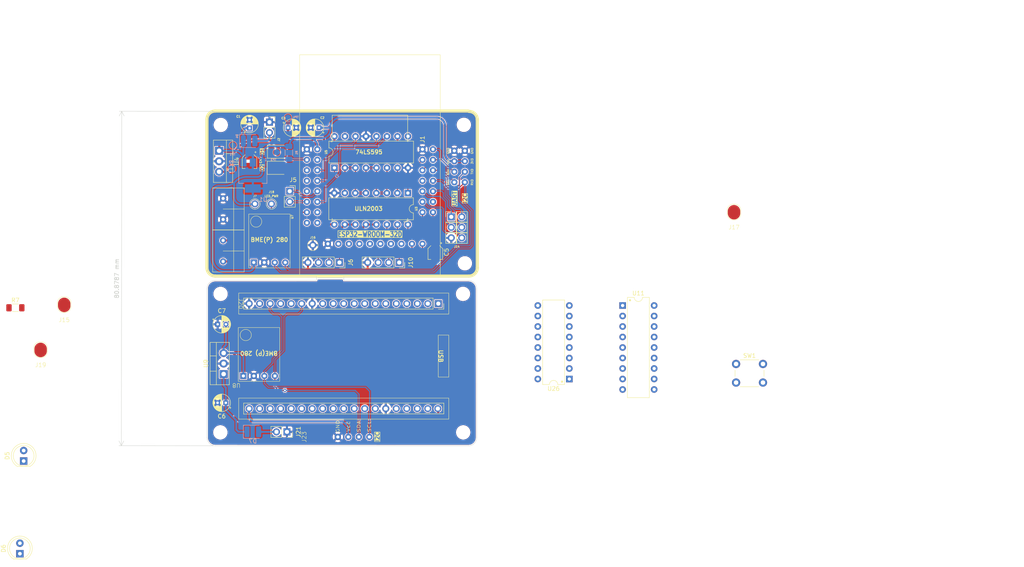
<source format=kicad_pcb>
(kicad_pcb (version 20240108) (generator "pcbnew") (generator_version "8.0")
  (layers (0 "F.Cu" signal) (31 "B.Cu" signal) (34 "B.Paste" user) (35 "F.Paste" user) (36 "B.SilkS" user "B.Silkscreen") (37 "F.SilkS" user "F.Silkscreen") (38 "B.Mask" user) (39 "F.Mask" user) (44 "Edge.Cuts" user))
  (net 0 "")
  (net 1 "GND")
  (net 2 "+3V3")
  (net 3 "+5V")
  (net 4 "/RXD")
  (net 5 "/TXD")
  (net 6 "/SDA")
  (net 7 "/OUT2")
  (net 8 "/SCL")
  (net 9 "/OUT1")
  (net 10 "/EN")
  (net 11 "/SOURCE2")
  (net 12 "/SOURCE1")
  (net 13 "/SOURCE3")
  (net 14 "/VDC")
  (net 15 "/DAC1")
  (net 16 "/DAC2")
  (net 17 "/GPIO13")
  (net 18 "/GPIO19")
  (net 19 "/GPIO17")
  (net 20 "/GPIO5")
  (net 21 "/GPIO18")
  (net 22 "/GPIO36")
  (net 23 "/ADC2_CH3")
  (net 24 "/SD_DATA1")
  (net 25 "/SD_DATA2")
  (net 26 "/SD_CLK")
  (net 27 "/SD_CMD")
  (net 28 "/SD_DATA3")
  (net 29 "/ADC2_CH0")
  (net 30 "/GPIO23")
  (net 31 "/SD_DATA0")
  (net 32 "/ADC2_CH2")
  (net 33 "/BOOT")
  (net 34 "/GPIO39")
  (net 35 "/SOURCE4")
  (net 36 "/SOURCE5")
  (net 37 "/SIPO_DATA")
  (net 38 "/SIPO_CLK")
  (net 40 "/SIPO_LATCH")
  (net 41 "/GPIO14")
  (net 43 "/I3")
  (net 44 "/I6")
  (net 45 "/I7")
  (net 46 "/I5")
  (net 47 "/OUT3")
  (net 48 "/VIN")
  (net 49 "/I1")
  (net 52 "Net-(D5-Pad1)")
  (net 53 "Net-(J15-Pin_1)")
  (net 54 "Net-(J19-Pin_1)")
  (net 55 "/GPIO_33")
  (net 67 "/RX")
  (net 72 "/TX")
  (net 87 "/SCL-2")
  (net 88 "/SDA-2")
  (net 89 "/SIPO_CLK-2")
  (net 91 "/SIPO_DATA-2")
  (net 92 "/SIPO_LATCH-2")
  (net 101 "/QB-2")
  (net 102 "/QC-2")
  (net 103 "/QE-2")
  (net 104 "/QA-2")
  (net 105 "/QD-2")
  (net 106 "/QG-2")
  (net 107 "/QH-2")
  (net 108 "/QF-2")
  (footprint "Capacitor_THT:CP_Radial_D4.0mm_P2.00mm" (layer "F.Cu") (at 107 44.2 180)
    (property "Reference" "C2")
    (property "Value" "1uF")
  )
  (footprint "LED_SMD:LED_1210_3225Metric_Pad1.42x2.65mm_HandSolder" (layer "F.Cu") (at 96.9525 53.9)
    (property "Reference" "D2")
    (property "Value" "STATUS")
  )
  (footprint "Capacitor_SMD:CP_Elec_3x5.3" (layer "F.Cu") (at 90.2 52.3 -90)
    (property "Reference" "C4")
    (property "Value" "0.1uF")
  )
  (footprint "Resistor_SMD:R_1206_3216Metric_Pad1.30x1.75mm_HandSolder" (layer "F.Cu") (at 33.612 87.7585)
    (property "Reference" "R7")
    (property "Value" "4K7")
  )
  (footprint "LED_THT:LED_D5.0mm" (layer "F.Cu") (at 34.7 147.25 90)
    (property "Reference" "D6")
    (property "Value" "LED_STATUS")
  )
  (footprint "Button_Switch_THT:SW_PUSH_6mm" (layer "F.Cu") (at 207.8 101.35)
    (property "Reference" "SW1")
    (property "Value" "SW_Push")
  )
  (footprint "Alexander Footprint Library:Pad_1x01_P2.54_SMD" (layer "F.Cu") (at 39.712 102.098)
    (property "Reference" "J19")
    (property "Value" "LED_PWR")
  )
  (footprint "Alexander Footprints Library:ESP32-WROOM-Adapter-Socket-2" (layer "F.Cu") (at 119.3 57.04)
    (property "Reference" "J1")
    (property "Value" "~")
  )
  (footprint "Alexander Footprint Library:Pad_1x01_P2.54_SMD" (layer "F.Cu") (at 45.412 91.198)
    (property "Reference" "J15")
    (property "Value" "LED_PWR")
  )
  (footprint "MountingHole:MountingHole_3mm" (layer "F.Cu") (at 142 43.5)
    (property "Reference" "H1" (hide yes))
    (property "Value" "MountingHole_Pad")
  )
  (footprint "Connector_PinSocket_2.54mm:PinSocket_1x02_P2.54mm_Vertical" (layer "F.Cu") (at 99.25 117.775 -90)
    (property "Reference" "J21")
    (property "Value" "PWR")
  )
  (footprint "MountingHole:MountingHole_3mm" (layer "F.Cu") (at 83.25 43.53)
    (property "Reference" "H2" (hide yes))
    (property "Value" "MountingHole_Pad")
  )
  (footprint "Package_DIP:DIP-16_W7.62mm" (layer "F.Cu") (at 128.475 60 -90)
    (property "Reference" "U3")
    (property "Value" "ULN2003")
  )
  (footprint "Alexander Footprints Library:Conn_Terminal_5mm" (layer "F.Cu") (at 83.82 53.69)
    (property "Reference" "J9" (hide yes))
    (property "Value" "Conn_01x02_Socket")
  )
  (footprint "Alexander Footprint Library:Pad_1x01_P2.54_SMD" (layer "F.Cu") (at 207.3 68.7895)
    (property "Reference" "J17")
    (property "Value" "GND")
  )
  (footprint "MountingHole:MountingHole_3mm" (layer "F.Cu") (at 141.85 117.9)
    (property "Reference" "H4" (hide yes))
    (property "Value" "MountingHole_Pad")
  )
  (footprint "Capacitor_THT:CP_Radial_D4.0mm_P2.00mm" (layer "F.Cu") (at 82.5 91.75)
    (property "Reference" "C7")
    (property "Value" "1uF")
  )
  (footprint "Package_DIP:DIP-16_W7.62mm" (layer "F.Cu") (at 110.725 53.9 90)
    (property "Reference" "U5")
    (property "Value" "74LS595")
  )
  (footprint "Alexander Footprint Library:PinSocket_1x01_P2.54" (layer "F.Cu") (at 91.5 65.19)
    (property "Reference" "J7")
    (property "Value" "LED_PWR")
  )
  (footprint "Connector_PinSocket_2.54mm:PinSocket_1x02_P2.54mm_Vertical" (layer "F.Cu") (at 95.025 42.85)
    (property "Reference" "J2")
    (property "Value" "PWR")
  )
  (footprint "Connector_PinSocket_2.54mm:PinSocket_1x04_P2.54mm_Vertical" (layer "F.Cu") (at 111.94 76.8 -90)
    (property "Reference" "J6")
    (property "Value" "SOURCE")
  )
  (footprint "MountingHole:MountingHole_3mm" (layer "F.Cu") (at 83.15 117.9)
    (property "Reference" "H4" (hide yes))
    (property "Value" "MountingHole_Pad")
  )
  (footprint "Connector_PinSocket_2.54mm:PinSocket_1x04_P2.54mm_Vertical" (layer "F.Cu") (at 126.38 76.8 -90)
    (property "Reference" "J10")
    (property "Value" "ADC")
  )
  (footprint "PCM_Package_DIP_AKL:DIP-18_W7.62mm" (layer "F.Cu") (at 180.38 87.21)
    (property "Reference" "U11")
    (property "Value" "ULN2801A" (hide yes))
  )
  (footprint "Capacitor_SMD:CP_Elec_3x5.3" (layer "F.Cu") (at 135.1 74.3 -90)
    (property "Reference" "C5")
    (property "Value" "0.1uF")
  )
  (footprint "MountingHole:MountingHole_3mm" (layer "F.Cu") (at 141.8 84.4)
    (property "Reference" "H4" (hide yes))
    (property "Value" "MountingHole_Pad")
  )
  (footprint "Capacitor_THT:CP_Radial_D4.0mm_P2.00mm" (layer "F.Cu") (at 99.5 44.2)
    (property "Reference" "C3")
    (property "Value" "1uF")
  )
  (footprint "Alexander Footprint Library:LD1117" (layer "F.Cu") (at 83.945 103.79 90)
    (property "Reference" "U9")
    (property "Value" "L7805")
  )
  (footprint "Alexander Footprint Library:PinSocket_1x01_P2.54" (layer "F.Cu") (at 95.5 65.19)
    (property "Reference" "J18")
    (property "Value" "LED_PWR")
  )
  (footprint "Alexander Footprint Library:Conn_I2C" (layer "F.Cu") (at 103.92 119 90)
    (property "Reference" "J23")
    (property "Value" "I2C")
  )
  (footprint "Capacitor_THT:CP_Radial_D4.0mm_P2.00mm" (layer "F.Cu") (at 84.4726 110.75 180)
    (property "Reference" "C6")
    (property "Value" "1uF")
  )
  (footprint "Alexander Footprint Library:Conn_ESP32_WROOM-DevKit-38pins" (layer "F.Cu") (at 87.57 86.75 -90)
    (property "Reference" "J20")
    (property "Value" "~")
  )
  (footprint "MountingHole:MountingHole_3mm" (layer "F.Cu") (at 83.2 84.4)
    (property "Reference" "H4" (hide yes))
    (property "Value" "MountingHole_Pad")
  )
  (footprint "Connector_PinSocket_2.54mm:PinSocket_1x02_P2.54mm_Vertical" (layer "F.Cu") (at 99.925 59.55)
    (property "Reference" "J5")
    (property "Value" "DAC")
  )
  (footprint "Alexander Footprint Library:CONN_2x3" (layer "F.Cu") (at 138.96 60.68)
    (property "Reference" "J14")
    (property "Value" "GPIO")
  )
  (footprint "Alexander Footprints Library:Conn_UART" (layer "F.Cu") (at 139.7 42.15)
    (property "Reference" "J3" (hide yes))
    (property "Value" "UART")
  )
  (footprint "Alexander Footprint Library:PinSocket_1x01_P2.54" (layer "F.Cu") (at 105.5 75.19)
    (property "Reference" "J16")
    (property "Value" "GND")
  )
  (footprint "PCM_Package_DIP_AKL:DIP-16_W7.62mm" (layer "F.Cu") (at 167.5 104.99 180)
    (property "Reference" "U26")
    (property "Value" "74LS595" (hide yes))
  )
  (footprint "Capacitor_THT:CP_Radial_D4.0mm_P2.00mm" (layer "F.Cu") (at 90.2 44.3 90)
    (property "Reference" "C1")
    (property "Value" "1uF")
  )
  (footprint "Alexander Footprint Library:BME280_BMP280_I2C" (layer "F.Cu") (at 90 78.1 90)
    (property "Reference" "U7")
    (property "Value" "BME(P)280")
  )
  (footprint "Alexander Footprint Library:LD1117" (layer "F.Cu") (at 82.855 49.77 -90)
    (property "Reference" "U4")
    (property "Value" "L7805")
  )
  (footprint "Alexander Footprints Library:Conn_I2C" (layer "F.Cu") (at 142.24 42.15)
    (property "Reference" "J4" (hide yes))
    (property "Value" "I2C")
  )
  (footprint "LED_THT:LED_D5.0mm" (layer "F.Cu") (at 35.612 124.8335 90)
    (property "Reference" "D5")
    (property "Value" "LED_PWR")
  )
  (footprint "Alexander Footprint Library:BME280_BMP280_I2C" (layer "F.Cu") (at 87.49 105.55 90)
    (property "Reference" "U8")
    (property "Value" "BME(P)280")
  )
  (footprint "LED_SMD:LED_1210_3225Metric_Pad1.42x2.65mm_HandSolder" (layer "F.Cu") (at 97 50)
    (property "Reference" "D1")
    (property "Value" "PWR")
  )
  (footprint "MountingHole:MountingHole_3mm" (layer "F.Cu") (at 142.25 77)
    (property "Reference" "H4" (hide yes))
    (property "Value" "MountingHole_Pad")
  )
  (footprint "Alexander Footprints Library:Conn_Terminal_5mm" (layer "F.Cu") (at 83.82 63.85)
    (property "Reference" "J8" (hide yes))
    (property "Value" "Conn_01x02_Socket")
  )
  (footprint "TestPoint:TestPoint_Pad_D1.5mm" (layer "B.Cu") (at 99.5 41.75 180)
    (property "Reference" "TP4")
    (property "Value" "5V")
  )
  (footprint "TestPoint:TestPoint_Pad_D1.5mm" (layer "B.Cu") (at 96.8 50.15 180)
    (property "Reference" "TP3")
    (property "Value" "3V3")
  )
  (footprint "Diode_SMD:D_1210_3225Metric" (layer "B.Cu") (at 91 117.75)
    (property "Reference" "D7")
    (property "Value" "D")
  )
  (footprint "Resistor_SMD:R_1206_3216Metric_Pad1.30x1.75mm_HandSolder" (layer "B.Cu") (at 99.7 50.25 -90)
    (property "Reference" "R1")
    (property "Value" "10K")
  )
  (footprint "Diode_SMD:D_1210_3225Metric" (layer "B.Cu") (at 90.1 47.4)
    (property "Reference" "D4")
    (property "Value" "D")
  )
  (footprint "TestPoint:TestPoint_Pad_D1.5mm" (layer "B.Cu") (at 86.2 48.45 180)
    (property "Reference" "TP1")
    (property "Value" "VIN")
  )
  (footprint "TestPoint:TestPoint_Pad_D1.5mm" (layer "B.Cu") (at 85.9 54.15 180)
    (property "Reference" "TP2")
    (property "Value" "GND")
  )
  (footprint "Package_TO_SOT_SMD:SOT-223-3_TabPin2" (layer "B.Cu") (at 91 55.75 -90)
    (property "Reference" "U1")
    (property "Value" "MAX1726EUK33")
  )
  (gr_line (start 145.25 42.11421) (end 145.25 78.085782) (stroke (width 0.75)) (layer "F.SilkS"))
  (gr_line (start 81.914218 40.164218) (end 143.08579 40.164218) (stroke (width 0.75)) (layer "F.SilkS"))
  (gr_arc (start 145.25 78.085782) (mid 144.66422 79.500007) (end 143.25 80.085782) (stroke (width 0.75)) (layer "F.SilkS"))
  (gr_line (start 79.914218 42.11421) (end 79.914218 78.085782) (stroke (width 0.75)) (layer "F.SilkS"))
  (gr_arc (start 81.914218 80.085782) (mid 80.499999 79.500001) (end 79.914218 78.085782) (stroke (width 0.75)) (layer "F.SilkS"))
  (gr_arc (start 143.25 40.25) (mid 144.664214 40.835786) (end 145.25 42.25) (stroke (width 0.75)) (layer "F.SilkS"))
  (gr_arc (start 79.914218 42.164218) (mid 80.499999 40.749999) (end 81.914218 40.164218) (stroke (width 0.75)) (layer "F.SilkS"))
  (gr_line (start 81.914214 80.085782) (end 143.085786 80.085782) (stroke (width 0.75)) (layer "F.SilkS"))
  (gr_line (start 82.014214 80.235786) (end 106.4 80.25) (stroke (width 0.1)) (layer "Edge.Cuts"))
  (gr_line (start 80 42.25) (end 80.014214 78.235786) (stroke (width 0.1)) (layer "Edge.Cuts"))
  (gr_arc (start 79.921321 83.157107) (mid 80.507106 81.742896) (end 81.921321 81.157107) (stroke (width 0.1)) (layer "Edge.Cuts"))
  (gr_line (start 81.921321 121.128679) (end 143.107107 121.142893) (stroke (width 0.1)) (layer "Edge.Cuts"))
  (gr_arc (start 81.921321 121.128679) (mid 80.507101 120.542899) (end 79.921321 119.128679) (stroke (width 0.1)) (layer "Edge.Cuts"))
  (gr_line (start 143.092893 81.157107) (end 113 81.15) (stroke (width 0.1)) (layer "Edge.Cuts"))
  (gr_arc (start 145.107107 119.142893) (mid 144.521321 120.557107) (end 143.107107 121.142893) (stroke (width 0.1)) (layer "Edge.Cuts"))
  (gr_line (start 106.4 81.15) (end 81.921321 81.157107) (stroke (width 0.1)) (layer "Edge.Cuts"))
  (gr_arc (start 143.185786 40.264214) (mid 144.600004 40.849996) (end 145.185786 42.264214) (stroke (width 0.1)) (layer "Edge.Cuts"))
  (gr_line (start 113 80.25) (end 143.185786 80.235786) (stroke (width 0.1)) (layer "Edge.Cuts"))
  (gr_arc (start 82.014214 80.235786) (mid 80.599996 79.650004) (end 80.014214 78.235786) (stroke (width 0.1)) (layer "Edge.Cuts"))
  (gr_line (start 145.185786 42.264214) (end 145.185786 78.235786) (stroke (width 0.1)) (layer "Edge.Cuts"))
  (gr_arc (start 80 42.25) (mid 80.585786 40.835786) (end 82 40.25) (stroke (width 0.1)) (layer "Edge.Cuts"))
  (gr_line (start 145.107107 119.142893) (end 145.092893 83.157107) (stroke (width 0.1)) (layer "Edge.Cuts"))
  (gr_line (start 79.921321 119.128679) (end 79.921321 83.157107) (stroke (width 0.1)) (layer "Edge.Cuts"))
  (gr_line (start 106.4 81.15) (end 106.4 80.25) (stroke (width 0.1)) (layer "Edge.Cuts"))
  (gr_arc (start 145.185786 78.235786) (mid 144.600004 79.650004) (end 143.185786 80.235786) (stroke (width 0.1)) (layer "Edge.Cuts"))
  (gr_arc (start 143.092893 81.157107) (mid 144.507112 81.742888) (end 145.092893 83.157107) (stroke (width 0.1)) (layer "Edge.Cuts"))
  (gr_line (start 113 81.15) (end 113 80.25) (stroke (width 0.1)) (layer "Edge.Cuts"))
  (gr_line (start 143.185786 40.264214) (end 82 40.25) (stroke (width 0.1)) (layer "Edge.Cuts"))
  (gr_text "74LS595" (at 119.057143 50.1 0) (layer "F.SilkS") (effects (font (size 1 1) (thickness 0.2) (bold yes))))
  (gr_text "ULN2003" (at 115.5 64.374 0) (layer "F.SilkS") (effects (font (size 1 1) (thickness 0.2) (bold yes)) (justify left bottom)))
  (dimension (type aligned) (layer "Edge.Cuts") (pts (xy 81.921321 121.128679) (xy 82 40.25)) (height -22.6907) (gr_text "80.8787 mm" (at 58.119973 80.666146 89.94426182) (layer "Edge.Cuts") (effects (font (size 1 1) (thickness 0.15)))) (format (prefix "") (suffix "") (units 3) (units_format 1) (precision 4)) (style (thickness 0.1) (arrow_length 1.27) (text_position_mode 0) (extension_height 0.58642) (extension_offset 0.5) keep_text_aligned))
  (segment (start 84.21 66) (end 83.82 66.39) (width 0.5) (layer "F.Cu") (net 1))
  (segment (start 101.5 48.103553) (end 101.5 49.573223) (width 0.25) (layer "F.Cu") (net 2))
  (segment (start 105.575735 47.25) (end 102.353553 47.25) (width 0.25) (layer "F.Cu") (net 2))
  (segment (start 106.6 48.274264) (end 106.6 49.42) (width 0.25) (layer "F.Cu") (net 2))
  (segment (start 138.021593 51.871593) (end 137.93 51.78) (width 0.5) (layer "F.Cu") (net 2))
  (segment (start 108.946446 44.2) (end 107 44.2) (width 0.5) (layer "F.Cu") (net 2))
  (segment (start 109.8 43.346446) (end 109.8 43.15) (width 0.5) (layer "F.Cu") (net 2))
  (segment (start 137.4 50.500466) (end 137.4 43.627817) (width 0.5) (layer "F.Cu") (net 2))
  (segment (start 101.073223 50) (end 98.4875 50) (width 0.25) (layer "F.Cu") (net 2))
  (segment (start 139.08 52.31) (end 139.7 52.31) (width 0.5) (layer "F.Cu") (net 2))
  (segment (start 110.188908 42.211091) (end 110.225 42.175) (width 0.5) (layer "F.Cu") (net 2))
  (segment (start 135.522182 41.75) (end 111.25104 41.75) (width 0.5) (layer "F.Cu") (net 2))
  (arc (start 106.3 47.55) (mid 105.967704 47.327967) (end 105.575735 47.25) (width 0.25) (layer "F.Cu") (net 2))
  (arc (start 101.5 49.573223) (mid 101.467513 49.736543) (end 101.375 49.875) (width 0.25) (layer "F.Cu") (net 2))
  (arc (start 111.25104 41.75) (mid 110.695751 41.860453) (end 110.225 42.175) (width 0.5) (layer "F.Cu") (net 2))
  (arc (start 110.188908 42.211091) (mid 109.901073 42.641866) (end 109.8 43.15) (width 0.5) (layer "F.Cu") (net 2))
  (arc (start 138.021593 51.871593) (mid 138.507194 52.196061) (end 139.08 52.31) (width 0.5) (layer "F.Cu") (net 2))
  (arc (start 102.353553 47.25) (mid 102.026912 47.314972) (end 101.75 47.5) (width 0.25) (layer "F.Cu") (net 2))
  (arc (start 109.8 43.346446) (mid 109.735027 43.673087) (end 109.55 43.95) (width 0.5) (layer "F.Cu") (net 2))
  (arc (start 106.3 47.55) (mid 106.522032 47.882295) (end 106.6 48.274264) (width 0.25) (layer "F.Cu") (net 2))
  (arc (start 109.55 43.95) (mid 109.273087 44.135027) (end 108.946446 44.2) (width 0.5) (layer "F.Cu") (net 2))
  (arc (start 136.85 42.3) (mid 137.257059 42.909207) (end 137.4 43.627817) (width 0.5) (layer "F.Cu") (net 2))
  (arc (start 101.75 47.5) (mid 101.564972 47.776912) (end 101.5 48.103553) (width 0.25) (layer "F.Cu") (net 2))
  (arc (start 101.375 49.875) (mid 101.236543 49.967513) (end 101.073223 50) (width 0.25) (layer "F.Cu") (net 2))
  (arc (start 137.4 50.500466) (mid 137.537742 51.192944) (end 137.93 51.78) (width 0.5) (layer "F.Cu") (net 2))
  (arc (start 136.85 42.3) (mid 136.240792 41.89294) (end 135.522182 41.75) (width 0.5) (layer "F.Cu") (net 2))
  (segment (start 96.075 48.7) (end 97.525 48.7) (width 0.5) (layer "B.Cu") (net 2))
  (segment (start 109.408578 44.2) (end 107 44.2) (width 0.5) (layer "B.Cu") (net 2))
  (segment (start 81.3 75.997918) (end 81.3 59.75104) (width 0.5) (layer "B.Cu") (net 2))
  (segment (start 93.3 54.905025) (end 93.3 52.6) (width 0.5) (layer "B.Cu") (net 2))
  (segment (start 100 48.7) (end 100 48.03033) (width 0.5) (layer "B.Cu") (net 2))
  (segment (start 139.13 52.31) (end 139.7 52.31) (width 0.5) (layer "B.Cu") (net 2))
  (segment (start 138.156949 51.906949) (end 138.03 51.78) (width 0.5) (layer "B.Cu") (net 2))
  (segment (start 106.6 48.627817) (end 106.6 49.299791) (width 0.5) (layer "B.Cu") (net 2))
  (segment (start 84.202081 78.9) (end 89.990883 78.9) (width 0.5) (layer "B.Cu") (net 2))
  (segment (start 109.75 43.858578) (end 109.75 44.141421) (width 0.5) (layer "B.Cu") (net 2))
  (segment (start 104.722182 46.75) (end 106.277817 46.75) (width 0.5) (layer "B.Cu") (net 2))
  (segment (start 139.7 52.31) (end 142.24 52.31) (width 0.5) (layer "B.Cu") (net 2))
  (segment (start 137.5 50.500466) (end 137.5 43.883883) (width 0.5) (layer "B.Cu") (net 2))
  (segment (start 88.207106 62.75) (end 91.5 62.75) (width 0.5) (layer "B.Cu") (net 2))
  (segment (start 86.5 61.042893) (end 86.5 57.5) (width 0.5) (layer "B.Cu") (net 2))
  (segment (start 90.11 114.36) (end 90.11 112.15) (width 0.5) (layer "B.Cu") (net 2))
  (segment (start 112.75 115.25) (end 91 115.25) (width 0.5) (layer "B.Cu") (net 2))
  (segment (start 91.22 77.670883) (end 91.22 76.8) (width 0.5) (layer "B.Cu") (net 2))
  (segment (start 89.455634 56.1) (end 92.105025 56.1) (width 0.5) (layer "B.Cu") (net 2))
  (segment (start 114.08 119) (end 114.08 116.58) (width 0.5) (layer "B.Cu") (net 2))
  (segment (start 96.075 48.7) (end 95.177817 48.7) (width 0.5) (layer "B.Cu") (net 2))
  (segment (start 104.722182 46.75) (end 101.28033 46.75) (width 0.5) (layer "B.Cu") (net 2))
  (segment (start 109.149999 46.149999) (end 109.201992 46.098007) (width 0.5) (layer "B.Cu") (net 2))
  (segment (start 96.8 49.425) (end 96.8 50.15) (width 0.25) (layer "B.Cu") (net 2))
  (segment (start 109.75 43.625) (end 109.75 43.858578) (width 0.5) (layer "B.Cu") (net 2))
  (segment (start 106.277817 46.75) (end 107.701471 46.75) (width 0.5) (layer "B.Cu") (net 2))
  (segment (start 114.08 116.58) (end 112.75 115.25) (width 0.5) (layer "B.Cu") (net 2))
  (segment (start 110.015165 42.984834) (end 110.5 42.5) (width 0.5) (layer "B.Cu") (net 2))
  (segment (start 93.3 52.6) (end 93.3 50.577817) (width 0.5) (layer "B.Cu") (net 2))
  (segment (start 82.75104 58.3) (end 84.144365 58.3) (width 0.5) (layer "B.Cu") (net 2))
  (segment (start 106.685 49.335) (end 106.77 49.25) (width 0.5) (layer "B.Cu") (net 2))
  (segment (start 109.75 44.775) (end 109.75 44.141421) (width 0.5) (layer "B.Cu") (net 2))
  (segment (start 91 115.25) (end 90.11 114.36) (width 0.5) (layer "B.Cu") (net 2))
  (segment (start 112.31066 41.75) (end 135.366116 41.75) (width 0.5) (layer "B.Cu") (net 2))
  (segment (start 100 48.7) (end 97.525 48.7) (width 0.5) (layer "B.Cu") (net 2))
  (arc (start 136.875 42.375) (mid 137.337567 43.067281) (end 137.5 43.883883) (width 0.5) (layer "B.Cu") (net 2))
  (arc (start 137.5 50.500466) (mid 137.637742 51.192944) (end 138.03 51.78) (width 0.5) (layer "B.Cu") (net 2))
  (arc (start 93.3 54.905025) (mid 93.209037 55.362322) (end 92.95 55.75) (width 0.5) (layer "B.Cu") (net 2))
  (arc (start 86.8 57.2) (mid 85.581584 58.014119) (end 84.144365 58.3) (width 0.5) (layer "B.Cu") (net 2))
  (arc (start 106.6 49.299791) (mid 106.630737 49.345793) (end 106.685 49.335) (width 0.5) (layer "B.Cu") (net 2))
  (arc (start 89.455634 56.1) (mid 88.018415 56.38588) (end 86.8 57.2) (width 0.5) (layer "B.Cu") (net 2))
  (arc (start 86.5 61.042893) (mid 86.629945 61.696174) (end 87 62.25) (width 0.5) (layer "B.Cu") (net 2))
  (arc (start 82.75104 58.3) (mid 82.195751 58.410453) (end 81.725 58.725) (width 0.5) (layer "B.Cu") (net 2))
  (arc (start 92.95 55.75) (mid 92.562322 56.009037) (end 92.105025 56.1) (width 0.5) (layer "B.Cu") (net 2))
  (arc (start 95.177817 48.7) (mid 94.459207 48.84294) (end 93.85 49.25) (width 0.5) (layer "B.Cu") (net 2))
  (arc (start 96.8 49.425) (mid 96.587652 48.912347) (end 96.075 48.7) (width 0.25) (layer "B.Cu") (net 2))
  (arc (start 82.15 78.05) (mid 83.091502 78.679092) (end 84.202081 78.9) (width 0.5) (layer "B.Cu") (net 2))
  (arc (start 110.015165 42.984834) (mid 109.818914 43.278544) (end 109.75 43.625) (width 0.5) (layer "B.Cu") (net 2))
  (arc (start 109.75 44.141421) (mid 109.713838 44.087301) (end 109.65 44.1) (width 0.5) (layer "B.Cu") (net 2))
  (arc (start 136.875 42.375) (mid 136.182718 41.912432) (end 135.366116 41.75) (width 0.5) (layer "B.Cu") (net 2))
  (arc (start 93.85 49.25) (mid 93.44294 49.859207) (end 93.3 50.577817) (width 0.5) (layer "B.Cu") (net 2))
  (arc (start 90.86 78.54) (mid 90.461245 78.806439) (end 89.990883 78.9) (width 0.5) (layer "B.Cu") (net 2))
  (arc (start 109.65 44.1) (mid 109.539234 44.17401) (end 109.408578 44.2) (width 0.5) (layer "B.Cu") (net 2))
  (arc (start 87 62.25) (mid 87.553825 62.620054) (end 88.207106 62.75) (width 0.5) (layer "B.Cu") (net 2))
  (arc (start 81.725 58.725) (mid 81.410453 59.195751) (end 81.3 59.75104) (width 0.5) (layer "B.Cu") (net 2))
  (arc (start 106.05 47.3) (mid 105.440792 46.89294) (end 104.722182 46.75) (width 0.5) (layer "B.Cu") (net 2))
  (arc (start 138.156949 51.906949) (mid 138.603388 52.20525) (end 139.13 52.31) (width 0.5) (layer "B.Cu") (net 2))
  (arc (start 101.28033 46.75) (mid 100.790368 46.847459) (end 100.375 47.125) (width 0.5) (layer "B.Cu") (net 2))
  (arc (start 106.05 47.3) (mid 106.457059 47.909207) (end 106.6 48.627817) (width 0.5) (layer "B.Cu") (net 2))
  (arc (start 106.277817 46.75) (mid 105.980159 46.948888) (end 106.05 47.3) (width 0.5) (layer "B.Cu") (net 2))
  (arc (start 91.22 77.670883) (mid 91.126439 78.141245) (end 90.86 78.54) (width 0.5) (layer "B.Cu") (net 2))
  (arc (start 109.75 44.775) (mid 109.607577 45.491006) (end 109.201992 46.098007) (width 0.5) (layer "B.Cu") (net 2))
  (arc (start 109.65 44.1) (mid 109.72401 43.989234) (end 109.75 43.858578) (width 0.5) (layer "B.Cu") (net 2))
  (arc (start 112.31066 41.75) (mid 111.330737 41.944918) (end 110.5 42.5) (width 0.5) (layer "B.Cu") (net 2))
  (arc (start 100.375 47.125) (mid 100.097459 47.540368) (end 100 48.03033) (width 0.5) (layer "B.Cu") (net 2))
  (arc (start 109.149999 46.149999) (mid 108.485409 46.594064) (end 107.701471 46.75) (width 0.5) (layer "B.Cu") (net 2))
  (arc (start 81.3 75.997918) (mid 81.520907 77.108496) (end 82.15 78.05) (width 0.5) (layer "B.Cu") (net 2))
  (segment (start 99.5 45.693413) (end 99.5 44.2) (width 0.5) (layer "F.Cu") (net 3))
  (segment (start 110.512652 48.95) (end 109.487347 48.95) (width 0.5) (layer "F.Cu") (net 3))
  (segment (start 87.75 115.25) (end 135.25 115.25) (width 0.5) (layer "F.Cu") (net 3))
  (segment (start 98.6375 46.9625) (end 99.2125 46.3875) (width 0.5) (layer "F.Cu") (net 3))
  (segment (start 83.945 98.71) (end 86.21 98.71) (width 0.5) (layer "F.Cu") (net 3))
  (segment (start 110.725 47.712347) (end 110.725 46.28) (width 0.5) (layer "F.Cu") (net 3))
  (segment (start 125.341906 48.95) (end 110.512652 48.95) (width 0.5) (layer "F.Cu") (net 3))
  (segment (start 108.3 49.803553) (end 108.3 65.537329) (width 0.5) (layer "F.Cu") (net 3))
  (segment (start 84.648959 54.85) (end 82.855 54.85) (width 0.5) (layer "F.Cu") (net 3))
  (segment (start 108.3 49.803553) (end 108.3 49.096446) (width 0.5) (layer "F.Cu") (net 3))
  (segment (start 91.306675 47.25) (end 97.943413 47.25) (width 0.5) (layer "F.Cu") (net 3))
  (segment (start 135.81 114.69) (end 135.81 112.15) (width 0.5) (layer "F.Cu") (net 3))
  (segment (start 86.1 52.15) (end 86.1 53.398959) (width 0.5) (layer "F.Cu") (net 3))
  (segment (start 86.75 114.25) (end 87.75 115.25) (width 0.5) (layer "F.Cu") (net 3))
  (segment (start 107.608621 46.675) (end 99.331586 46.675) (width 0.5) (layer "F.Cu") (net 3))
  (segment (start 86.21 98.71) (end 86.75 99.25) (width 0.5) (layer "F.Cu") (net 3))
  (segment (start 108.3 49.096446) (end 108.3 47.366378) (width 0.5) (layer "F.Cu") (net 3))
  (segment (start 109.104574 67.204574) (end 108.91 67.01) (width 0.5) (layer "F.Cu") (net 3))
  (segment (start 135.25 115.25) (end 135.81 114.69) (width 0.5) (layer "F.Cu") (net 3))
  (segment (start 110.1075 67.62) (end 110.695 67.62) (width 0.5) (layer "F.Cu") (net 3))
  (segment (start 86.75 99.25) (end 86.75 114.25) (width 0.5) (layer "F.Cu") (net 3))
  (segment (start 87.408147 48.991852) (end 87.625 48.775) (width 0.5) (layer "F.Cu") (net 3))
  (segment (start 125.965 48.326906) (end 125.965 46.28) (width 0.5) (layer "F.Cu") (net 3))
  (segment (start 109.487347 48.95) (end 109.153553 48.95) (width 0.5) (layer "F.Cu") (net 3))
  (arc (start 108.0975 46.8775) (mid 108.247371 47.101799) (end 108.3 47.366378) (width 0.5) (layer "F.Cu") (net 3))
  (arc (start 108.3 65.537329) (mid 108.458533 66.334332) (end 108.91 67.01) (width 0.5) (layer "F.Cu") (net 3))
  (arc (start 109.487347 48.95) (mid 109.960976 48.855789) (end 110.3625 48.5875) (width 0.5) (layer "F.Cu") (net 3))
  (arc (start 99.2125 46.3875) (mid 99.175992 46.571035) (end 99.331586 46.675) (width 0.5) (layer "F.Cu") (net 3))
  (arc (start 108.0975 46.8775) (mid 107.8732 46.727628) (end 107.608621 46.675) (width 0.5) (layer "F.Cu") (net 3))
  (arc (start 86.1 53.398959) (mid 85.989546 53.954248) (end 85.675 54.425) (width 0.5) (layer "F.Cu") (net 3))
  (arc (start 109.104574 67.204574) (mid 109.56472 67.512034) (end 110.1075 67.62) (width 0.5) (layer "F.Cu") (net 3))
  (arc (start 108.55 49.2) (mid 108.364972 49.476912) (end 108.3 49.803553) (width 0.5) (layer "F.Cu") (net 3))
  (arc (start 87.408147 48.991852) (mid 86.439976 50.440822) (end 86.1 52.15) (width 0.5) (layer "F.Cu") (net 3))
  (arc (start 85.675 54.425) (mid 85.204248 54.739546) (end 84.648959 54.85) (width 0.5) (layer "F.Cu") (net 3))
  (arc (start 110.3625 48.5875) (mid 110.316468 48.818914) (end 110.512652 48.95) (width 0.5) (layer "F.Cu") (net 3))
  (arc (start 98.6375 46.9625) (mid 98.31905 47.175281) (end 97.943413 47.25) (width 0.5) (layer "F.Cu") (net 3))
  (arc (start 110.725 47.712347) (mid 110.630789 48.185976) (end 110.3625 48.5875) (width 0.5) (layer "F.Cu") (net 3))
  (arc (start 108.3 49.096446) (mid 108.390403 49.231745) (end 108.55 49.2) (width 0.5) (layer "F.Cu") (net 3))
  (arc (start 91.306675 47.25) (mid 89.314166 47.646334) (end 87.625 48.775) (width 0.5) (layer "F.Cu") (net 3))
  (arc (start 109.153553 48.95) (mid 108.826912 49.014972) (end 108.55 49.2) (width 0.5) (layer "F.Cu") (net 3))
  (arc (start 99.331586 46.675) (mid 98.955949 46.749718) (end 98.6375 46.9625) (width 0.5) (layer "F.Cu") (net 3))
  (arc (start 125.7825 48.7675) (mid 125.580353 48.902569) (end 125.341906 48.95) (width 0.5) (layer "F.Cu") (net 3))
  (arc (start 99.5 45.693413) (mid 99.425281 46.06905) (end 99.2125 46.3875) (width 0.5) (layer "F.Cu") (net 3))
  (arc (start 125.965 48.326906) (mid 125.917569 48.565353) (end 125.7825 48.7675) (width 0.5) (layer "F.Cu") (net 3))
  (segment (start 83.945 97.305) (end 84.5 96.75) (width 0.5) (layer "B.Cu") (net 3))
  (segment (start 87.96 98.71) (end 88.71 99.46) (width 0.5) (layer "B.Cu") (net 3))
  (segment (start 83.945 98.71) (end 83.945 97.305) (width 0.5) (layer "B.Cu") (net 3))
  (segment (start 84.5 96.75) (end 84.5 91.75) (width 0.5) (layer "B.Cu") (net 3))
  (segment (start 83.945 98.71) (end 87.96 98.71) (width 0.5) (layer "B.Cu") (net 3))
  (segment (start 99.5 42.25) (end 99.5 44.2) (width 0.25) (layer "B.Cu") (net 3))
  (segment (start 88.71 99.46) (end 88.71 104.25) (width 0.5) (layer "B.Cu") (net 3))
  (segment (start 139.7 57.35) (end 139.7 57.39) (width 0.25) (layer "F.Cu") (net 4))
  (segment (start 133.25 53.25) (end 135.6 53.25) (width 0.25) (layer "F.Cu") (net 4))
  (segment (start 135.6 53.25) (end 139.7 57.35) (width 0.25) (layer "F.Cu") (net 4))
  (segment (start 132 54.5) (end 133.25 53.25) (width 0.25) (layer "F.Cu") (net 4))
  (segment (start 140.3 57.45) (end 139.3 57.45) (width 0.25) (layer "F.Cu") (net 4))
  (segment (start 136.61 51.96) (end 134.54 51.96) (width 0.25) (layer "F.Cu") (net 5))
  (segment (start 134.74 51.79) (end 134.62 51.91) (width 0.25) (layer "F.Cu") (net 5))
  (segment (start 139.5 54.85) (end 136.61 51.96) (width 0.25) (layer "F.Cu") (net 5))
  (segment (start 139.7 54.85) (end 139.5 54.85) (width 0.25) (layer "F.Cu") (net 5))
  (segment (start 138.59 58.55) (end 140.4 58.55) (width 0.25) (layer "F.Cu") (net 6))
  (segment (start 136.213604 54.5) (end 138 56.286396) (width 0.25) (layer "F.Cu") (net 6))
  (segment (start 138 57.96) (end 138.59 58.55) (width 0.25) (layer "F.Cu") (net 6))
  (segment (start 140.9 56.19) (end 142.24 54.85) (width 0.25) (layer "F.Cu") (net 6))
  (segment (start 140.9 58.05) (end 140.9 56.19) (width 0.25) (layer "F.Cu") (net 6))
  (segment (start 134.54 54.5) (end 136.213604 54.5) (width 0.25) (layer "F.Cu") (net 6))
  (segment (start 138 56.286396) (end 138 57.96) (width 0.25) (layer "F.Cu") (net 6))
  (segment (start 142.24 54.85) (end 142.24 55.51) (width 0.25) (layer "F.Cu") (net 6))
  (segment (start 140.4 58.55) (end 140.9 58.05) (width 0.25) (layer "F.Cu") (net 6))
  (segment (start 99.75 78.65) (end 134.55 78.65) (width 0.25) (layer "B.Cu") (net 6))
  (segment (start 141 61.9) (end 141 56.09) (width 0.25) (layer "B.Cu") (net 6))
  (segment (start 134.55 78.65) (end 140.418198 72.781802) (width 0.25) (layer "B.Cu") (net 6))
  (segment (start 143.55 64.45) (end 141 61.9) (width 0.25) (layer "B.Cu") (net 6))
  (segment (start 98.84 76.8) (end 98.84 77.74) (width 0.25) (layer "B.Cu") (net 6))
  (segment (start 143.281802 72.781802) (end 143.55 72.513604) (width 0.25) (layer "B.Cu") (net 6))
  (segment (start 143.55 72.513604) (end 143.55 64.45) (width 0.25) (layer "B.Cu") (net 6))
  (segment (start 140.418198 72.781802) (end 143.281802 72.781802) (width 0.25) (layer "B.Cu") (net 6))
  (segment (start 141 56.09) (end 142.24 54.85) (width 0.25) (layer "B.Cu") (net 6))
  (segment (start 98.84 77.74) (end 99.75 78.65) (width 0.25) (layer "B.Cu") (net 6))
  (segment (start 137.55 58.146396) (end 138.403604 59) (width 0.25) (layer "F.Cu") (net 8))
  (segment (start 131.5 55.75) (end 136.75 55.75) (width 0.25) (layer "F.Cu") (net 8))
  (segment (start 140.63 59) (end 142.24 57.39) (width 0.25) (layer "F.Cu") (net 8))
  (segment (start 136.75 55.75) (end 137.55 56.55) (width 0.25) (layer "F.Cu") (net 8))
  (segment (start 137.55 56.55) (end 137.55 58.146396) (width 0.25) (layer "F.Cu") (net 8))
  (segment (start 130.745 54.995) (end 131.5 55.75) (width 0.25) (layer "F.Cu") (net 8))
  (segment (start 130.745 53.245) (end 130.745 54.995) (width 0.25) (layer "F.Cu") (net 8))
  (segment (start 132.08 51.91) (end 130.745 53.245) (width 0.25) (layer "F.Cu") (net 8))
  (segment (start 138.403604 59) (end 140.63 59) (width 0.25) (layer "F.Cu") (net 8))
  (segment (start 134.8 79.1) (end 140.6 73.3) (width 0.25) (layer "B.Cu") (net 8))
  (segment (start 96.3 76.8) (end 96.3 77.7) (width 0.25) (layer "B.Cu") (net 8))
  (segment (start 144 72.7) (end 144 64.263604) (width 0.25) (layer "B.Cu") (net 8))
  (segment (start 96.3 77.7) (end 97.7 79.1) (width 0.25) (layer "B.Cu") (net 8))
  (segment (start 142.24 62.503604) (end 142.24 57.39) (width 0.25) (layer "B.Cu") (net 8))
  (segment (start 144 64.263604) (end 142.24 62.503604) (width 0.25) (layer "B.Cu") (net 8))
  (segment (start 143.4 73.3) (end 144 72.7) (width 0.25) (layer "B.Cu") (net 8))
  (segment (start 140.6 73.3) (end 143.4 73.3) (width 0.25) (layer "B.Cu") (net 8))
  (segment (start 97.7 79.1) (end 134.8 79.1) (width 0.25) (layer "B.Cu") (net 8))
  (segment (start 93.21 51.96) (end 92.05 50.8) (width 0.25) (layer "F.Cu") (net 10))
  (segment (start 104.06 51.96) (end 93.21 51.96) (width 0.25) (layer "F.Cu") (net 10))
  (segment (start 92.05 50.8) (end 90.2 50.8) (width 0.25) (layer "F.Cu") (net 10))
  (segment (start 103.72 52.3) (end 104.06 51.96) (width 0.25) (layer "F.Cu") (net 10))
  (segment (start 100 51.8) (end 103.9 51.8) (width 0.25) (layer "B.Cu") (net 10))
  (segment (start 103.9 51.8) (end 104.06 51.96) (width 0.25) (layer "B.Cu") (net 10))
  (segment (start 113.235 67.62) (end 115.775 67.62) (width 0.5) (layer "F.Cu") (net 11))
  (segment (start 99 73.1) (end 102.7 69.4) (width 0.5) (layer "F.Cu") (net 11))
  (segment (start 86.37 71.47) (end 88 73.1) (width 0.5) (layer "F.Cu") (net 11))
  (segment (start 102.7 69.4) (end 111.455 69.4) (width 0.5) (layer "F.Cu") (net 11))
  (segment (start 88 73.1) (end 99 73.1) (width 0.5) (layer "F.Cu") (net 11))
  (segment (start 83.82 71.47) (end 86.37 71.47) (width 0.5) (layer "F.Cu") (net 11))
  (segment (start 111.455 69.4) (end 113.235 67.62) (width 0.5) (layer "F.Cu") (net 11))
  (segment (start 86.275 76.55) (end 88.075 74.75) (width 0.5) (layer "F.Cu") (net 12))
  (segment (start 104.4 70.1) (end 115.835 70.1) (width 0.5) (layer "F.Cu") (net 12))
  (segment (start 99.75 74.75) (end 104.4 70.1) (width 0.5) (layer "F.Cu") (net 12))
  (segment (start 118.315 67.62) (end 120.855 67.62) (width 0.5) (layer "F.Cu") (net 12))
  (segment (start 83.82 76.55) (end 86.275 76.55) (width 0.5) (layer "F.Cu") (net 12))
  (segment (start 115.835 70.1) (end 118.315 67.62) (width 0.5) (layer "F.Cu") (net 12))
  (segment (start 88.075 74.75) (end 99.75 74.75) (width 0.5) (layer "F.Cu") (net 12))
  (segment (start 128.475 67.62) (end 128.475 68.825) (width 0.25) (layer "F.Cu") (net 13))
  (segment (start 125.7 72.8) (end 124.55 73.95) (width 0.25) (layer "F.Cu") (net 13))
  (segment (start 111.94 75.26) (end 111.94 76.8) (width 0.25) (layer "F.Cu") (net 13))
  (segment (start 124.55 73.95) (end 118.622792 73.95) (width 0.25) (layer "F.Cu") (net 13))
  (segment (start 128.475 68.825) (end 125.7 71.6) (width 0.25) (layer "F.Cu") (net 13))
  (segment (start 125.7 71.6) (end 125.7 72.8) (width 0.25) (layer "F.Cu") (net 13))
  (segment (start 117.872792 74.7) (end 112.5 74.7) (width 0.25) (layer "F.Cu") (net 13))
  (segment (start 112.5 74.7) (end 111.94 75.26) (width 0.25) (layer "F.Cu") (net 13))
  (segment (start 118.622792 73.95) (end 117.872792 74.7) (width 0.25) (layer "F.Cu") (net 13))
  (segment (start 96.71 117.775) (end 92.425 117.775) (width 0.5) (layer "B.Cu") (net 14))
  (segment (start 92.425 117.775) (end 92.4 117.75) (width 0.5) (layer "B.Cu") (net 14))
  (segment (start 95.025 46.674479) (end 95.025 45.39) (width 0.5) (layer "B.Cu") (net 14))
  (segment (start 94.299479 47.4) (end 91.5 47.4) (width 0.5) (layer "B.Cu") (net 14))
  (arc (start 95.025 46.674479) (mid 94.969773 46.952124) (end 94.8125 47.1875) (width 0.5) (layer "B.Cu") (net 14))
  (arc (start 94.8125 47.1875) (mid 94.577124 47.344773) (end 94.299479 47.4) (width 0.5) (layer "B.Cu") (net 14))
  (segment (start 105.38 60.8) (end 103.1 60.8) (width 0.25) (layer "B.Cu") (net 15))
  (segment (start 106.6 59.58) (end 105.38 60.8) (width 0.25) (layer "B.Cu") (net 15))
  (segment (start 103.1 60.8) (end 101.85 59.55) (width 0.25) (layer "B.Cu") (net 15))
  (segment (start 101.85 59.55) (end 99.925 59.55) (width 0.25) (layer "B.Cu") (net 15))
  (segment (start 104.06 62.12) (end 99.955 62.12) (width 0.25) (layer "B.Cu") (net 16))
  (segment (start 104.03 62.09) (end 104.06 62.12) (width 0.25) (layer "B.Cu") (net 16))
  (segment (start 99.955 62.12) (end 99.925 62.09) (width 0.25) (layer "B.Cu") (net 16))
  (segment (start 138.5 63.1) (end 138.5 61.727208) (width 0.25) (layer "B.Cu") (net 18))
  (segment (start 137.5 60.727208) (end 137.5 57.8) (width 0.25) (layer "B.Cu") (net 18))
  (segment (start 138.5 61.727208) (end 137.5 60.727208) (width 0.25) (layer "B.Cu") (net 18))
  (segment (start 140.2 67) (end 140.2 64.8) (width 0.25) (layer "B.Cu") (net 18))
  (segment (start 141.5 68.3) (end 140.2 67) (width 0.25) (layer "B.Cu") (net 18))
  (segment (start 136.69 56.99) (end 134.62 56.99) (width 0.25) (layer "B.Cu") (net 18))
  (segment (start 140.2 64.8) (end 138.5 63.1) (width 0.25) (layer "B.Cu") (net 18))
  (segment (start 137.5 57.8) (end 136.69 56.99) (width 0.25) (layer "B.Cu") (net 18))
  (segment (start 141.5 70.84) (end 140.16 69.5) (width 0.25) (layer "B.Cu") (net 19))
  (segment (start 137.7 69.5) (end 137.1 68.9) (width 0.25) (layer "B.Cu") (net 19))
  (segment (start 140.16 69.5) (end 137.7 69.5) (width 0.25) (layer "B.Cu") (net 19))
  (segment (start 137.1 68.9) (end 137.1 63.84) (width 0.25) (layer "B.Cu") (net 19))
  (segment (start 133.41 63.4) (end 132.08 62.07) (width 0.25) (layer "B.Cu") (net 19))
  (segment (start 137.1 63.84) (end 136.66 63.4) (width 0.25) (layer "B.Cu") (net 19))
  (segment (start 136.66 63.4) (end 133.41 63.4) (width 0.25) (layer "B.Cu") (net 19))
  (segment (start 138.05 61.913604) (end 137.05 60.913604) (width 0.25) (layer "B.Cu") (net 20))
  (segment (start 137.05 60.913604) (end 137.05 59.95) (width 0.25) (layer "B.Cu") (net 20))
  (segment (start 136.63 59.53) (end 134.62 59.53) (width 0.25) (layer "B.Cu") (net 20))
  (segment (start 138.96 65.76) (end 138.96 64.196396) (width 0.25) (layer "B.Cu") (net 20))
  (segment (start 138.96 64.196396) (end 138.05 63.286396) (width 0.25) (layer "B.Cu") (net 20))
  (segment (start 138.05 63.286396) (end 138.05 61.913604) (width 0.25) (layer "B.Cu") (net 20))
  (segment (start 137.05 59.95) (end 136.63 59.53) (width 0.25) (layer "B.Cu") (net 20))
  (segment (start 138.96 68.3) (end 137.6 66.94) (width 0.25) (layer "B.Cu") (net 21))
  (segment (start 136.3 60.8) (end 133.35 60.8) (width 0.25) (layer "B.Cu") (net 21))
  (segment (start 137.6 66.94) (end 137.6 62.1) (width 0.25) (layer "B.Cu") (net 21))
  (segment (start 137.6 62.1) (end 136.3 60.8) (width 0.25) (layer "B.Cu") (net 21))
  (segment (start 133.35 60.8) (end 132.08 59.53) (width 0.25) (layer "B.Cu") (net 21))
  (segment (start 128.85 74.05) (end 129.46 73.44) (width 0.25) (layer "F.Cu") (net 23))
  (segment (start 125.722792 74.05) (end 128.85 74.05) (width 0.25) (layer "F.Cu") (net 23))
  (segment (start 129.46 73.44) (end 129.46 72.28) (width 0.25) (layer "F.Cu") (net 23))
  (segment (start 123.84 76.8) (end 123.84 75.56) (width 0.25) (layer "F.Cu") (net 23))
  (segment (start 123.84 75.56) (end 124.55 74.85) (width 0.25) (layer "F.Cu") (net 23))
  (segment (start 124.922792 74.85) (end 125.722792 74.05) (width 0.25) (layer "F.Cu") (net 23))
  (segment (start 124.55 74.85) (end 124.922792 74.85) (width 0.25) (layer "F.Cu") (net 23))
  (segment (start 121.3 75.2) (end 122.1 74.4) (width 0.25) (layer "F.Cu") (net 29))
  (segment (start 124.736396 74.4) (end 125.536396 73.6) (width 0.25) (layer "F.Cu") (net 29))
  (segment (start 125.536396 73.6) (end 127.5 73.6) (width 0.25) (layer "F.Cu") (net 29))
  (segment (start 132 67.2) (end 132 64.66) (width 0.25) (layer "F.Cu") (net 29))
  (segment (start 127.5 73.6) (end 128.2 72.9) (width 0.25) (layer "F.Cu") (net 29))
  (segment (start 128.2 71) (end 132 67.2) (width 0.25) (layer "F.Cu") (net 29))
  (segment (start 122.1 74.4) (end 124.736396 74.4) (width 0.25) (layer "F.Cu") (net 29))
  (segment (start 128.2 72.9) (end 128.2 71) (width 0.25) (layer "F.Cu") (net 29))
  (segment (start 121.3 76.8) (end 121.3 75.2) (width 0.25) (layer "F.Cu") (net 29))
  (segment (start 138.95 61.540812) (end 137.95 60.540812) (width 0.25) (layer "B.Cu") (net 30))
  (segment (start 136.4 51.7) (end 136.4 49.9) (width 0.25) (layer "B.Cu") (net 30))
  (segment (start 135.92 49.42) (end 134.54 49.42) (width 0.25) (layer "B.Cu") (net 30))
  (segment (start 138.95 62.913604) (end 138.95 61.540812) (width 0.25) (layer "B.Cu") (net 30))
  (segment (start 135.1 49.85) (end 134.62 49.37) (width 0.25) (layer "B.Cu") (net 30))
  (segment (start 137.95 60.540812) (end 137.95 53.25) (width 0.25) (layer "B.Cu") (net 30))
  (segment (start 141.1 63.9) (end 139.936396 63.9) (width 0.25) (layer "B.Cu") (net 30))
  (segment (start 141.5 64.3) (end 141.1 63.9) (width 0.25) (layer "B.Cu") (net 30))
  (segment (start 141.5 65.76) (end 141.5 64.3) (width 0.25) (layer "B.Cu") (net 30))
  (segment (start 137.95 53.25) (end 136.4 51.7) (width 0.25) (layer "B.Cu") (net 30))
  (segment (start 139.936396 63.9) (end 138.95 62.913604) (width 0.25) (layer "B.Cu") (net 30))
  (segment (start 136.4 49.9) (end 135.92 49.42) (width 0.25) (layer "B.Cu") (net 30))
  (segment (start 126.38 75.12) (end 127 74.5) (width 0.25) (layer "F.Cu") (net 32))
  (segment (start 132 73.9) (end 132 72.28) (width 0.25) (layer "F.Cu") (net 32))
  (segment (start 127 74.5) (end 131.4 74.5) (width 0.25) (layer "F.Cu") (net 32))
  (segment (start 131.4 74.5) (end 132 73.9) (width 0.25) (layer "F.Cu") (net 32))
  (segment (start 126.38 76.8) (end 126.38 75.12) (width 0.25) (layer "F.Cu") (net 32))
  (segment (start 134.77 64.89) (end 134.54 64.66) (width 0.25) (layer "F.Cu") (net 33))
  (segment (start 134.54 65.84) (end 135.1 66.4) (width 0.25) (layer "F.Cu") (net 33))
  (segment (start 135.1 66.4) (end 135.1 72.8) (width 0.25) (layer "F.Cu") (net 33))
  (segment (start 134.5 64.7) (end 134.54 64.66) (width 0.25) (layer "F.Cu") (net 33))
  (segment (start 134.54 64.66) (end 134.54 65.84) (width 0.25) (layer "F.Cu") (net 33))
  (segment (start 125.935 67.62) (end 125.935 68.865) (width 0.25) (layer "F.Cu") (net 35))
  (segment (start 117.686396 74.25) (end 110.25 74.25) (width 0.25) (layer "F.Cu") (net 35))
  (segment (start 118.436396 73.5) (end 117.686396 74.25) (width 0.25) (layer "F.Cu") (net 35))
  (segment (start 109.4 75.1) (end 109.4 76.8) (width 0.25) (layer "F.Cu") (net 35))
  (segment (start 125.935 68.865) (end 123.2 71.6) (width 0.25) (layer "F.Cu") (net 35))
  (segment (start 123.2 72.7) (end 122.4 73.5) (width 0.25) (layer "F.Cu") (net 35))
  (segment (start 123.2 71.6) (end 123.2 72.7) (width 0.25) (layer "F.Cu") (net 35))
  (segment (start 122.4 73.5) (end 118.436396 73.5) (width 0.25) (layer "F.Cu") (net 35))
  (segment (start 110.25 74.25) (end 109.4 75.1) (width 0.25) (layer "F.Cu") (net 35))
  (segment (start 123.395 69.405) (end 121.9 70.9) (width 0.25) (layer "F.Cu") (net 36))
  (segment (start 118.1 73.2) (end 117.5 73.8) (width 0.25) (layer "F.Cu") (net 36))
  (segment (start 106.86 74.84) (end 106.86 76.8) (width 0.25) (layer "F.Cu") (net 36))
  (segment (start 121.9 70.9) (end 118.7 70.9) (width 0.25) (layer "F.Cu") (net 36))
  (segment (start 118.1 71.5) (end 118.1 73.2) (width 0.25) (layer "F.Cu") (net 36))
  (segment (start 123.395 67.62) (end 123.395 69.405) (width 0.25) (layer "F.Cu") (net 36))
  (segment (start 107.9 73.8) (end 106.86 74.84) (width 0.25) (layer "F.Cu") (net 36))
  (segment (start 118.7 70.9) (end 118.1 71.5) (width 0.25) (layer "F.Cu") (net 36))
  (segment (start 117.5 73.8) (end 107.9 73.8) (width 0.25) (layer "F.Cu") (net 36))
  (segment (start 108.2 52.25) (end 112.25 48.2) (width 0.25) (layer "B.Cu") (net 37))
  (segment (start 108.2 54.25) (end 108.2 52.25) (width 0.25) (layer "B.Cu") (net 37))
  (segment (start 115.1 48.2) (end 115.805 47.495) (width 0.25) (layer "B.Cu") (net 37))
  (segment (start 106.6 54.5) (end 107.95 54.5) (width 0.25) (layer "B.Cu") (net 37))
  (segment (start 112.25 48.2) (end 115.1 48.2) (width 0.25) (layer "B.Cu") (net 37))
  (segment (start 115.805 47.495) (end 115.805 46.28) (width 0.25) (layer "B.Cu") (net 37))
  (segment (start 107.95 54.5) (end 108.2 54.25) (width 0.25) (layer "B.Cu") (net 37))
  (segment (start 108.23 62.12) (end 108.5 61.85) (width 0.25) (layer "B.Cu") (net 38))
  (segment (start 108.5 61.85) (end 108.5 58.75) (width 0.25) (layer "B.Cu") (net 38))
  (segment (start 112 55.25) (end 112 49.75) (width 0.25) (layer "B.Cu") (net 38))
  (segment (start 121.005 48.7) (end 123.425 46.28) (width 0.25) (layer "B.Cu") (net 38))
  (segment (start 108.5 58.75) (end 112 55.25) (width 0.25) (layer "B.Cu") (net 38))
  (segment (start 115.886396 48.7) (end 121.005 48.7) (width 0.25) (layer "B.Cu") (net 38))
  (segment (start 115.386396 49.2) (end 115.886396 48.7) (width 0.25) (layer "B.Cu") (net 38))
  (segment (start 106.6 62.12) (end 108.23 62.12) (width 0.25) (layer "B.Cu") (net 38))
  (segment (start 112 49.75) (end 112.55 49.2) (width 0.25) (layer "B.Cu") (net 38))
  (segment (start 112.55 49.2) (end 115.386396 49.2) (width 0.25) (layer "B.Cu") (net 38))
  (segment (start 115.7 48.25) (end 120.5 48.25) (width 0.25) (layer "B.Cu") (net 40))
  (segment (start 120.5 48.25) (end 120.885 47.865) (width 0.25) (layer "B.Cu") (net 40))
  (segment (start 108.7 52.413604) (end 112.363604 48.75) (width 0.25) (layer "B.Cu") (net 40))
  (segment (start 120.885 47.865) (end 120.885 46.28) (width 0.25) (layer "B.Cu") (net 40))
  (segment (start 112.363604 48.75) (end 115.2 48.75) (width 0.25) (layer "B.Cu") (net 40))
  (segment (start 108.7 56.45) (end 108.7 52.413604) (width 0.25) (layer "B.Cu") (net 40))
  (segment (start 115.2 48.75) (end 115.7 48.25) (width 0.25) (layer "B.Cu") (net 40))
  (segment (start 108.11 57.04) (end 108.7 56.45) (width 0.25) (layer "B.Cu") (net 40))
  (segment (start 106.6 57.04) (end 108.11 57.04) (width 0.25) (layer "B.Cu") (net 40))
  (segment (start 104.06 64.66) (end 103.2 64.66) (width 0.25) (layer "F.Cu") (net 41))
  (segment (start 102.4 54.35) (end 102.4 63.95) (width 0.25) (layer "F.Cu") (net 41))
  (segment (start 103.11 64.66) (end 102.4 63.95) (width 0.25) (layer "F.Cu") (net 41))
  (segment (start 98.44 53.9) (end 101.95 53.9) (width 0.25) (layer "F.Cu") (net 41))
  (segment (start 95.5 62.75) (end 95.5 64.15) (width 0.25) (layer "F.Cu") (net 41))
  (segment (start 101.95 53.9) (end 102.4 54.35) (width 0.25) (layer "F.Cu") (net 41))
  (segment (start 103.2 64.66) (end 103.11 64.66) (width 0.25) (layer "F.Cu") (net 41))
  (segment (start 96.01 64.66) (end 103.2 64.66) (width 0.25) (layer "F.Cu") (net 41))
  (segment (start 95.5 64.15) (end 96.01 64.66) (width 0.25) (layer "F.Cu") (net 41))
  (segment (start 123.425 55.725) (end 125.935 58.235) (width 0.25) (layer "F.Cu") (net 43))
  (segment (start 123.425 53.9) (end 123.425 55.725) (width 0.25) (layer "F.Cu") (net 43))
  (segment (start 125.935 58.235) (end 125.935 60) (width 0.25) (layer "F.Cu") (net 43))
  (segment (start 128.475 58.275) (end 128.475 60) (width 0.25) (layer "F.Cu") (net 44))
  (segment (start 125.965 53.9) (end 125.965 55.765) (width 0.25) (layer "F.Cu") (net 44))
  (segment (start 125.965 55.765) (end 128.475 58.275) (width 0.25) (layer "F.Cu") (net 44))
  (segment (start 113.265 55.665) (end 115.775 58.175) (width 0.25) (layer "F.Cu") (net 45))
  (segment (start 115.775 58.175) (end 115.775 60) (width 0.25) (layer "F.Cu") (net 45))
  (segment (start 115.805 55.405) (end 118.315 57.915) (width 0.25) (layer "F.Cu") (net 45))
  (segment (start 118.315 57.915) (end 118.315 60) (width 0.25) (layer "F.Cu") (net 45))
  (segment (start 113.265 53.9) (end 113.265 55.665) (width 0.25) (layer "F.Cu") (net 45))
  (segment (start 115.805 53.9) (end 115.805 55.405) (width 0.25) (layer "F.Cu") (net 45))
  (segment (start 115.775 60) (end 118.315 60) (width 0.25) (layer "B.Cu") (net 45))
  (segment (start 113.265 53.9) (end 115.805 53.9) (width 0.25) (layer "B.Cu") (net 45))
  (segment (start 123.395 58.095) (end 123.395 60) (width 0.25) (layer "F.Cu") (net 46))
  (segment (start 120.885 53.9) (end 120.885 55.585) (width 0.25) (layer "F.Cu") (net 46))
  (segment (start 118.345 53.9) (end 118.345 55.845) (width 0.25) (layer "F.Cu") (net 46))
  (segment (start 120.885 55.585) (end 123.395 58.095) (width 0.25) (layer "F.Cu") (net 46))
  (segment (start 120.855 58.355) (end 120.855 60) (width 0.25) (layer "F.Cu") (net 46))
  (segment (start 118.345 55.845) (end 120.855 58.355) (width 0.25) (layer "F.Cu") (net 46))
  (segment (start 120.855 60) (end 123.395 60) (width 0.25) (layer "B.Cu") (net 46))
  (segment (start 118.345 53.9) (end 120.885 53.9) (width 0.25) (layer "B.Cu") (net 46))
  (segment (start 84.809637 47.25) (end 85 47.25) (width 0.5) (layer "F.Cu") (net 48))
  (segment (start 89.575 44.3) (end 90.2 44.3) (width 0.5) (layer "F.Cu") (net 48))
  (segment (start 82.855 49.0825) (end 82.855 49.77) (width 0.5) (layer "F.Cu") (net 48))
  (segment (start 88.508058 44.741941) (end 86.707106 46.542893) (width 0.5) (layer "F.Cu") (net 48))
  (segment (start 83.341135 47.908864) (end 83.4275 47.8225) (width 0.5) (layer "F.Cu") (net 48))
  (arc (start 84.809637 47.25) (mid 84.061629 47.398787) (end 83.4275 47.8225) (width 0.5) (layer "F.Cu") (net 48))
  (arc (start 86.707106 46.542893) (mid 85.923879 47.066228) (end 85 47.25) (width 0.5) (layer "F.Cu") (net 48))
  (arc (start 89.575 44.3) (mid 88.997575 44.414856) (end 88.508058 44.741941) (width 0.5) (layer "F.Cu") (net 48))
  (arc (start 83.341135 47.908864) (mid 82.981342 48.447332) (end 82.855 49.0825) (width 0.5) (layer "F.Cu") (net 48))
  (segment (start 88.7 50.546446) (end 88.7 51.253553) (width 0.5) (layer "B.Cu") (net 48))
  (segment (start 84.4726 112.4726) (end 84.4726 109.5) (width 0.5) (layer "B.Cu") (net 48))
  (segment (start 88.7 45.153553) (end 88.7 47.4) (width 0.5) (layer "B.Cu") (net 48))
  (segment (start 86.2 49.11) (end 86.2 48.45) (width 0.25) (layer "B.Cu") (net 48))
  (segment (start 88.45 50.65) (end 88.2 50.4) (width 0.5) (layer "B.Cu") (net 48))
  (segment (start 88.7 50.546446) (end 88.7 47.4) (width 0.5) (layer "B.Cu") (net 48))
  (segment (start 84.4726 107.0826) (end 83.945 106.555) (width 0.5) (layer "B.Cu") (net 48))
  (segment (start 83.945 106.555) (end 83.945 103.79) (width 0.5) (layer "B.Cu") (net 48))
  (segment (start 88.45 50.65) (end 88.054368 50.254368) (width 0.5) (layer "B.Cu") (net 48))
  (segment (start 87.5 117.75) (end 87 117.25) (width 0.5) (layer "B.Cu") (net 48))
  (segment (start 89.553553 44.3) (end 90.2 44.3) (width 0.5) (layer "B.Cu") (net 48))
  (segment (start 84.4726 109.5) (end 84.4726 107.0826) (width 0.5) (layer "B.Cu") (net 48))
  (segment (start 88.7 51.253553) (end 88.7 52.6) (width 0.5) (layer "B.Cu") (net 48))
  (segment (start 89.6 117.75) (end 87.5 117.75) (width 0.5) (layer "B.Cu") (net 48))
  (segment (start 87 117.25) (end 87 115) (width 0.5) (layer "B.Cu") (net 48))
  (segment (start 87 115) (end 84.4726 112.4726) (width 0.5) (layer "B.Cu") (net 48))
  (segment (start 86.86 49.77) (end 85.54 49.77) (width 0.5) (layer "B.Cu") (net 48))
  (segment (start 86.885 49.77) (end 86.86 49.77) (width 0.5) (layer "B.Cu") (net 48))
  (segment (start 85.54 49.77) (end 82.855 49.77) (width 0.5) (layer "B.Cu") (net 48))
  (arc (start 89.553553 44.3) (mid 89.226912 44.364972) (end 88.95 44.55) (width 0.5) (layer "B.Cu") (net 48))
  (arc (start 86.2 49.11) (mid 86.393309 49.57669) (end 86.86 49.77) (width 0.25) (layer "B.Cu") (net 48))
  (arc (start 88.7 51.253553) (mid 88.635027 50.926912) (end 88.45 50.65) (width 0.5) (layer "B.Cu") (net 48))
  (arc (start 88.45 50.65) (mid 88.45 50.65) (end 88.45 50.65) (width 0.5) (layer "B.Cu") (net 48))
  (arc (start 88.45 50.65) (mid 88.609596 50.681745) (end 88.7 50.546446) (width 0.5) (layer "B.Cu") (net 48))
  (arc (start 88.054368 50.254368) (mid 87.517857 49.895883) (end 86.885 49.77) (width 0.5) (layer "B.Cu") (net 48))
  (arc (start 88.95 44.55) (mid 88.764972 44.826912) (end 88.7 45.153553) (width 0.5) (layer "B.Cu") (net 48))
  (segment (start 110.725 53.9) (end 110.725 55.325) (width 0.25) (layer "F.Cu") (net 49))
  (segment (start 110.725 55.325) (end 113.235 57.835) (width 0.25) (layer "F.Cu") (net 49))
  (segment (start 113.235 57.835) (end 113.235 60) (width 0.25) (layer "F.Cu") (net 49))
  (segment (start 103.97 59.53) (end 104.14 59.53) (width 0.25) (layer "F.Cu") (net 55))
  (segment (start 95.17 88.42) (end 95.17 86.75) (width 0.25) (layer "B.Cu") (net 87))
  (segment (start 97.25 89.25) (end 96 89.25) (width 0.25) (layer "B.Cu") (net 87))
  (segment (start 95.88 100.12) (end 98 98) (width 0.25) (layer "B.Cu") (net 87))
  (segment (start 95.88 101.08) (end 95.88 100.12) (width 0.25) (layer "B.Cu") (net 87))
  (segment (start 93.79 104.25) (end 93.79 103.17) (width 0.25) (layer "B.Cu") (net 87))
  (segment (start 94.75 107) (end 118.25 107) (width 0.25) (layer "B.Cu") (net 87))
  (segment (start 93.79 104.25) (end 93.79 106.04) (width 0.25) (layer "B.Cu") (net 87))
  (segment (start 93.79 103.17) (end 95.88 101.08) (width 0.25) (layer "B.Cu") (net 87))
  (segment (start 118.25 107) (end 118.96 107.71) (width 0.25) (layer "B.Cu") (net 87))
  (segment (start 119.25 118.83) (end 119.08 119) (width 0.25) (layer "B.Cu") (net 87))
  (segment (start 98 98) (end 98 90) (width 0.25) (layer "B.Cu") (net 87))
  (segment (start 98 90) (end 97.25 89.25) (width 0.25) (layer "B.Cu") (net 87))
  (segment (start 119.225 107.975) (end 118.96 107.71) (width 0.25) (layer "B.Cu") (net 87))
  (segment (start 119.225 118.935) (end 119.225 107.975) (width 0.25) (layer "B.Cu") (net 87))
  (segment (start 96 89.25) (end 95.17 88.42) (width 0.25) (layer "B.Cu") (net 87))
  (segment (start 119.16 119) (end 119.225 118.935) (width 0.25) (layer "B.Cu") (net 87))
  (segment (start 93.79 106.04) (end 94.75 107) (width 0.25) (layer "B.Cu") (net 87))
  (segment (start 96.33 106.83) (end 96.33 104.25) (width 0.25) (layer "F.Cu") (net 88))
  (segment (start 97.25 107.75) (end 96.33 106.83) (width 0.25) (layer "F.Cu") (net 88))
  (segment (start 98.75 107.75) (end 97.25 107.75) (width 0.25) (layer "F.Cu") (net 88))
  (via (at 98.75 107.75) (size 0.8) (drill 0.4) (layers "F.Cu" "B.Cu") (net 88))
  (segment (start 99.25 89.25) (end 102 89.25) (width 0.25) (layer "B.Cu") (net 88))
  (segment (start 116.685 118.935) (end 116.685 108.685) (width 0.25) (layer "B.Cu") (net 88))
  (segment (start 115.75 107.75) (end 115.25 107.75) (width 0.25) (layer "B.Cu") (net 88))
  (segment (start 102 89.25) (end 102.79 88.46) (width 0.25) (layer "B.Cu") (net 88))
  (segment (start 115.25 107.75) (end 98.75 107.75) (width 0.25) (layer "B.Cu") (net 88))
  (segment (start 116.62 119) (end 116.685 118.935) (width 0.25) (layer "B.Cu") (net 88))
  (segment (start 98.5 90) (end 99.25 89.25) (width 0.25) (layer "B.Cu") (net 88))
  (segment (start 116.685 108.685) (end 115.75 107.75) (width 0.25) (layer "B.Cu") (net 88))
  (segment (start 102.79 88.46) (end 102.79 86.75) (width 0.25) (layer "B.Cu") (net 88))
  (segment (start 96.33 104.25) (end 96.33 100.306396) (width 0.25) (layer "B.Cu") (net 88))
  (segment (start 98.5 98.136396) (end 98.5 90) (width 0.25) (layer "B.Cu") (net 88))
  (segment (start 96.33 100.306396) (end 98.5 98.136396) (width 0.25) (layer "B.Cu") (net 88))
  (zone (net 1) (net_name "GND") (layer "F.Cu") (priority 1) (connect_pads (clearance 0)) (min_thickness 0.25) (fill yes (thermal_gap 0.5) (thermal_bridge_width 0.5))
    (polygon (pts (xy 80 40.25) (xy 80.3 80.35) (xy 145.55 80.35) (xy 145.25 40.25)))
  )
  (zone (net 1) (net_name "GND") (layer "F.Cu") (priority 2) (connect_pads (clearance 0)) (min_thickness 0.25) (fill yes (thermal_gap 0.5) (thermal_bridge_width 0.5))
    (polygon (pts (xy 79.8 121.45) (xy 145.7 121.45) (xy 145.2 80.95) (xy 79.5 80.95)))
  )
  (zone (net 1) (net_name "GND") (layer "B.Cu") (connect_pads (clearance 0)) (min_thickness 0.25) (fill yes (thermal_gap 0.5) (thermal_bridge_width 0.5))
    (polygon (pts (xy 80 40.25) (xy 145.2 40.25) (xy 145.4 80.45) (xy 80.2 80.45)))
  )
  (zone (net 1) (net_name "GND") (layer "B.Cu") (priority 3) (connect_pads (clearance 0)) (min_thickness 0.25) (fill yes (thermal_gap 0.5) (thermal_bridge_width 0.5))
    (polygon (pts (xy 145.6 121.45) (xy 145.2 80.95) (xy 79.5 80.95) (xy 79.7 121.45)))
  )
)
</source>
